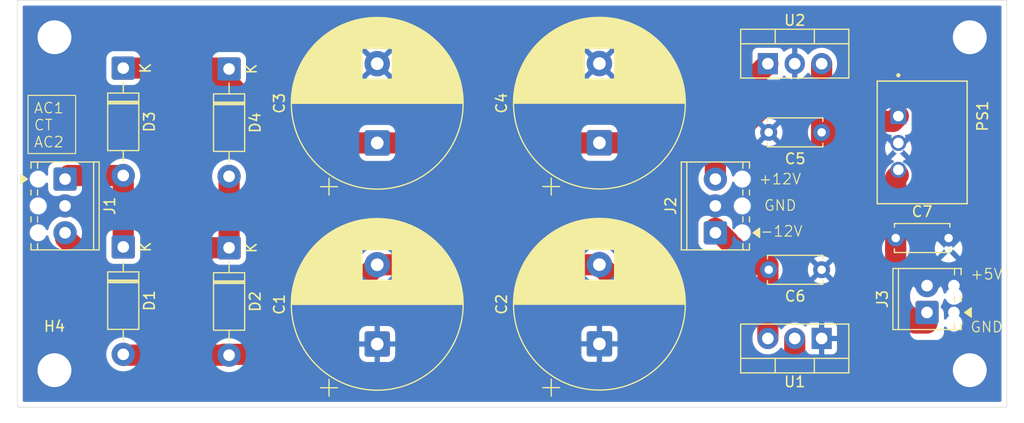
<source format=kicad_pcb>
(kicad_pcb (version 20241229) (generator "pcbnew") (generator_version "9.0")
  (layers (0 "F.Cu" signal) (2 "B.Cu" signal) (13 "F.Paste" user) (15 "B.Paste" user) (5 "F.SilkS" user "F.Silkscreen") (7 "B.SilkS" user "B.Silkscreen") (1 "F.Mask" user) (3 "B.Mask" user) (25 "Edge.Cuts" user))
  (net 0 "")
  (net 1 "Net-(D1-A)")
  (net 2 "GND")
  (net 3 "Net-(D3-K)")
  (net 4 "+12V")
  (net 5 "-12V")
  (net 6 "+5V")
  (net 7 "Net-(D1-K)")
  (net 8 "Net-(D2-K)")
  (footprint "Capacitor_THT:C_Disc_D5.0mm_W2.5mm_P5.00mm" (layer "F.Cu") (at 161 80)
    (property "Reference" "C7" (at 2.5 -2.5 0) (layer "F.SilkS"))
    (property "Value" "100n")
    (pad "1" thru_hole circle (at 0 0) (size 1.6 1.6) (drill 0.8) (layers "*.Cu" "*.Mask") (net 6 "+5V"))
    (pad "2" thru_hole circle (at 5 0) (size 1.6 1.6) (drill 0.8) (layers "*.Cu" "*.Mask") (net 2 "GND"))
  )
  (footprint "Diode_THT:D_DO-41_SOD81_P10.16mm_Horizontal" (layer "F.Cu") (at 88 63.92 -90)
    (property "Reference" "D3" (at 5.08 -2.47 90) (layer "F.SilkS"))
    (property "Value" "1N4004")
    (fp_text user "K" (at 0 -2.1 90) (layer "F.SilkS"))
    (pad "1" thru_hole roundrect (at 0 0 270) (size 2.2 2.2) (drill 1.1) (layers "*.Cu" "*.Mask") (roundrect_rratio 0.113636) (net 3 "Net-(D3-K)"))
    (pad "2" thru_hole circle (at 10.16 0 270) (size 2.2 2.2) (drill 1.1) (layers "*.Cu" "*.Mask") (net 7 "Net-(D1-K)"))
  )
  (footprint "Package_TO_SOT_THT:TO-220-3_Vertical" (layer "F.Cu") (at 148.92 63.5)
    (property "Reference" "U2" (at 2.54 -4.1 0) (layer "F.SilkS"))
    (property "Value" "uA7812")
    (pad "1" thru_hole rect (at 0 0) (size 1.905 2) (drill 1.1) (layers "*.Cu" "*.Mask") (net 3 "Net-(D3-K)"))
    (pad "2" thru_hole oval (at 2.54 0) (size 1.905 2) (drill 1.1) (layers "*.Cu" "*.Mask") (net 2 "GND"))
    (pad "3" thru_hole oval (at 5.08 0) (size 1.905 2) (drill 1.1) (layers "*.Cu" "*.Mask") (net 4 "+12V"))
  )
  (footprint "MountingHole:MountingHole_3.2mm_M3" (layer "F.Cu") (at 168 61)
    (property "Reference" "H2" (hide yes))
    (property "Value" "MountingHole")
    (pad "" np_thru_hole circle (at 0 0) (size 3.2 3.2) (drill 3.2) (layers "*.Cu" "*.Mask"))
  )
  (footprint "MountingHole:MountingHole_3.2mm_M3" (layer "F.Cu") (at 81.5 92.5)
    (property "Reference" "H4" (at 0 -4.15 0) (layer "F.SilkS"))
    (property "Value" "MountingHole")
    (pad "" np_thru_hole circle (at 0 0) (size 3.2 3.2) (drill 3.2) (layers "*.Cu" "*.Mask"))
  )
  (footprint "custom:CONV_R-78E5.0-1.0" (layer "F.Cu") (at 163.5 71 -90)
    (property "Reference" "PS1" (at -2.54 -5.715 90) (layer "F.SilkS"))
    (property "Value" "R-78E5.0-1.0")
    (pad "1" thru_hole rect (at -2.54 2.25 270) (size 1.508 1.508) (drill 1) (layers "*.Cu" "*.Mask") (net 4 "+12V"))
    (pad "2" thru_hole circle (at 0 2.25 270) (size 1.508 1.508) (drill 1) (layers "*.Cu" "*.Mask") (net 2 "GND"))
    (pad "3" thru_hole circle (at 2.54 2.25 270) (size 1.508 1.508) (drill 1) (layers "*.Cu" "*.Mask") (net 6 "+5V"))
  )
  (footprint "MountingHole:MountingHole_3.2mm_M3" (layer "F.Cu") (at 81.5 61)
    (property "Reference" "H1" (hide yes))
    (property "Value" "MountingHole")
    (pad "" np_thru_hole circle (at 0 0) (size 3.2 3.2) (drill 3.2) (layers "*.Cu" "*.Mask"))
  )
  (footprint "Capacitor_THT:CP_Radial_D16.0mm_P7.50mm" (layer "F.Cu") (at 112 71 90)
    (property "Reference" "C3" (at 3.75 -9.25 90) (layer "F.SilkS"))
    (property "Value" "4700u")
    (pad "1" thru_hole roundrect (at 0 0 90) (size 2.4 2.4) (drill 1.2) (layers "*.Cu" "*.Mask") (roundrect_rratio 0.104167) (net 3 "Net-(D3-K)"))
    (pad "2" thru_hole circle (at 7.5 0 90) (size 2.4 2.4) (drill 1.2) (layers "*.Cu" "*.Mask") (net 2 "GND"))
  )
  (footprint "Capacitor_THT:CP_Radial_D16.0mm_P7.50mm" (layer "F.Cu") (at 133 70.987245 90)
    (property "Reference" "C4" (at 3.75 -9.25 90) (layer "F.SilkS"))
    (property "Value" "4700u")
    (pad "1" thru_hole roundrect (at 0 0 90) (size 2.4 2.4) (drill 1.2) (layers "*.Cu" "*.Mask") (roundrect_rratio 0.104167) (net 3 "Net-(D3-K)"))
    (pad "2" thru_hole circle (at 7.5 0 90) (size 2.4 2.4) (drill 1.2) (layers "*.Cu" "*.Mask") (net 2 "GND"))
  )
  (footprint "Diode_THT:D_DO-41_SOD81_P10.16mm_Horizontal" (layer "F.Cu") (at 98 64 -90)
    (property "Reference" "D4" (at 5.08 -2.47 90) (layer "F.SilkS"))
    (property "Value" "1N4004")
    (fp_text user "K" (at 0 -2.1 90) (layer "F.SilkS"))
    (pad "1" thru_hole roundrect (at 0 0 270) (size 2.2 2.2) (drill 1.1) (layers "*.Cu" "*.Mask") (roundrect_rratio 0.113636) (net 3 "Net-(D3-K)"))
    (pad "2" thru_hole circle (at 10.16 0 270) (size 2.2 2.2) (drill 1.1) (layers "*.Cu" "*.Mask") (net 8 "Net-(D2-K)"))
  )
  (footprint "Capacitor_THT:CP_Radial_D16.0mm_P7.50mm" (layer "F.Cu") (at 112 90.02551 90)
    (property "Reference" "C1" (at 3.75 -9.25 90) (layer "F.SilkS"))
    (property "Value" "4700u")
    (pad "1" thru_hole roundrect (at 0 0 90) (size 2.4 2.4) (drill 1.2) (layers "*.Cu" "*.Mask") (roundrect_rratio 0.104167) (net 2 "GND"))
    (pad "2" thru_hole circle (at 7.5 0 90) (size 2.4 2.4) (drill 1.2) (layers "*.Cu" "*.Mask") (net 1 "Net-(D1-A)"))
  )
  (footprint "TerminalBlock_Phoenix:TerminalBlock_Phoenix_MPT-0,5-3-2.54_1x03_P2.54mm_Horizontal" (layer "F.Cu") (at 143.96 79.5 90)
    (property "Reference" "J2" (at 2.54 -4.22 90) (layer "F.SilkS"))
    (property "Value" "DAC_PWR")
    (pad "" np_thru_hole circle (at 0 2.54 90) (size 1.1 1.1) (drill 1.1) (layers "*.Cu" "*.Mask"))
    (pad "" np_thru_hole circle (at 2.54 2.54 90) (size 1.1 1.1) (drill 1.1) (layers "*.Cu" "*.Mask"))
    (pad "" np_thru_hole circle (at 5.08 2.54 90) (size 1.1 1.1) (drill 1.1) (layers "*.Cu" "*.Mask"))
    (pad "1" thru_hole roundrect (at 0 0 90) (size 2.2 2.2) (drill 1.1) (layers "*.Cu" "*.Mask") (roundrect_rratio 0.113636) (net 5 "-12V"))
    (pad "2" thru_hole circle (at 2.54 0 90) (size 2.2 2.2) (drill 1.1) (layers "*.Cu" "*.Mask") (net 2 "GND"))
    (pad "3" thru_hole circle (at 5.08 0 90) (size 2.2 2.2) (drill 1.1) (layers "*.Cu" "*.Mask") (net 4 "+12V"))
  )
  (footprint "Capacitor_THT:C_Disc_D5.0mm_W2.5mm_P5.00mm" (layer "F.Cu") (at 154 70 180)
    (property "Reference" "C5" (at 2.5 -2.5 0) (layer "F.SilkS"))
    (property "Value" "100n")
    (pad "1" thru_hole circle (at 0 0 180) (size 1.6 1.6) (drill 0.8) (layers "*.Cu" "*.Mask") (net 4 "+12V"))
    (pad "2" thru_hole circle (at 5 0 180) (size 1.6 1.6) (drill 0.8) (layers "*.Cu" "*.Mask") (net 2 "GND"))
  )
  (footprint "MountingHole:MountingHole_3.2mm_M3" (layer "F.Cu") (at 168 92.5)
    (property "Reference" "H3" (hide yes))
    (property "Value" "MountingHole")
    (pad "" np_thru_hole circle (at 0 0) (size 3.2 3.2) (drill 3.2) (layers "*.Cu" "*.Mask"))
  )
  (footprint "TerminalBlock_Phoenix:TerminalBlock_Phoenix_MPT-0,5-3-2.54_1x03_P2.54mm_Horizontal" (layer "F.Cu") (at 82.5 74.42 -90)
    (property "Reference" "J1" (at 2.54 -4.22 90) (layer "F.SilkS"))
    (property "Value" "AC")
    (pad "" np_thru_hole circle (at 0 2.54 270) (size 1.1 1.1) (drill 1.1) (layers "*.Cu" "*.Mask"))
    (pad "" np_thru_hole circle (at 2.54 2.54 270) (size 1.1 1.1) (drill 1.1) (layers "*.Cu" "*.Mask"))
    (pad "" np_thru_hole circle (at 5.08 2.54 270) (size 1.1 1.1) (drill 1.1) (layers "*.Cu" "*.Mask"))
    (pad "1" thru_hole roundrect (at 0 0 270) (size 2.2 2.2) (drill 1.1) (layers "*.Cu" "*.Mask") (roundrect_rratio 0.113636) (net 7 "Net-(D1-K)"))
    (pad "2" thru_hole circle (at 2.54 0 270) (size 2.2 2.2) (drill 1.1) (layers "*.Cu" "*.Mask") (net 2 "GND"))
    (pad "3" thru_hole circle (at 5.08 0 270) (size 2.2 2.2) (drill 1.1) (layers "*.Cu" "*.Mask") (net 8 "Net-(D2-K)"))
  )
  (footprint "TerminalBlock_Phoenix:TerminalBlock_Phoenix_MPT-0,5-2-2.54_1x02_P2.54mm_Horizontal" (layer "F.Cu") (at 163.96 87.04 90)
    (property "Reference" "J3" (at 1.27 -4.22 90) (layer "F.SilkS"))
    (property "Value" "5V")
    (pad "" np_thru_hole circle (at 0 2.54 90) (size 1.1 1.1) (drill 1.1) (layers "*.Cu" "*.Mask"))
    (pad "" np_thru_hole circle (at 2.54 2.54 90) (size 1.1 1.1) (drill 1.1) (layers "*.Cu" "*.Mask"))
    (pad "1" thru_hole roundrect (at 0 0 90) (size 2.2 2.2) (drill 1.1) (layers "*.Cu" "*.Mask") (roundrect_rratio 0.113636) (net 6 "+5V"))
    (pad "2" thru_hole circle (at 2.54 0 90) (size 2.2 2.2) (drill 1.1) (layers "*.Cu" "*.Mask") (net 2 "GND"))
  )
  (footprint "Package_TO_SOT_THT:TO-220-3_Vertical" (layer "F.Cu") (at 154 89.5 180)
    (property "Reference" "U1" (at 2.54 -4.1 0) (layer "F.SilkS"))
    (property "Value" "L7912")
    (pad "1" thru_hole rect (at 0 0 180) (size 1.905 2) (drill 1.1) (layers "*.Cu" "*.Mask") (net 2 "GND"))
    (pad "2" thru_hole oval (at 2.54 0 180) (size 1.905 2) (drill 1.1) (layers "*.Cu" "*.Mask") (net 1 "Net-(D1-A)"))
    (pad "3" thru_hole oval (at 5.08 0 180) (size 1.905 2) (drill 1.1) (layers "*.Cu" "*.Mask") (net 5 "-12V"))
  )
  (footprint "Capacitor_THT:C_Disc_D5.0mm_W2.5mm_P5.00mm" (layer "F.Cu") (at 154 83 180)
    (property "Reference" "C6" (at 2.5 -2.5 0) (layer "F.SilkS"))
    (property "Value" "100n")
    (pad "1" thru_hole circle (at 0 0 180) (size 1.6 1.6) (drill 0.8) (layers "*.Cu" "*.Mask") (net 2 "GND"))
    (pad "2" thru_hole circle (at 5 0 180) (size 1.6 1.6) (drill 0.8) (layers "*.Cu" "*.Mask") (net 5 "-12V"))
  )
  (footprint "Capacitor_THT:CP_Radial_D16.0mm_P7.50mm" (layer "F.Cu") (at 133 90.012755 90)
    (property "Reference" "C2" (at 3.75 -9.25 90) (layer "F.SilkS"))
    (property "Value" "4700u")
    (pad "1" thru_hole roundrect (at 0 0 90) (size 2.4 2.4) (drill 1.2) (layers "*.Cu" "*.Mask") (roundrect_rratio 0.104167) (net 2 "GND"))
    (pad "2" thru_hole circle (at 7.5 0 90) (size 2.4 2.4) (drill 1.2) (layers "*.Cu" "*.Mask") (net 1 "Net-(D1-A)"))
  )
  (footprint "Diode_THT:D_DO-41_SOD81_P10.16mm_Horizontal" (layer "F.Cu") (at 98 80.92 -90)
    (property "Reference" "D2" (at 5.08 -2.47 90) (layer "F.SilkS"))
    (property "Value" "1N4004")
    (fp_text user "K" (at 0 -2.1 90) (layer "F.SilkS"))
    (pad "1" thru_hole roundrect (at 0 0 270) (size 2.2 2.2) (drill 1.1) (layers "*.Cu" "*.Mask") (roundrect_rratio 0.113636) (net 8 "Net-(D2-K)"))
    (pad "2" thru_hole circle (at 10.16 0 270) (size 2.2 2.2) (drill 1.1) (layers "*.Cu" "*.Mask") (net 1 "Net-(D1-A)"))
  )
  (footprint "Diode_THT:D_DO-41_SOD81_P10.16mm_Horizontal" (layer "F.Cu") (at 88 80.84 -90)
    (property "Reference" "D1" (at 5.08 -2.47 90) (layer "F.SilkS"))
    (property "Value" "1N4004")
    (fp_text user "K" (at 0 -2.1 90) (layer "F.SilkS"))
    (pad "1" thru_hole roundrect (at 0 0 270) (size 2.2 2.2) (drill 1.1) (layers "*.Cu" "*.Mask") (roundrect_rratio 0.113636) (net 7 "Net-(D1-K)"))
    (pad "2" thru_hole circle (at 10.16 0 270) (size 2.2 2.2) (drill 1.1) (layers "*.Cu" "*.Mask") (net 1 "Net-(D1-A)"))
  )
  (gr_rect (start 79 66.5) (end 83.5 72) (stroke (width 0.1)) (fill no) (layer "F.SilkS"))
  (gr_rect (start 78 57.5) (end 171.5 96) (stroke (width 0.05)) (fill no) (layer "Edge.Cuts"))
  (gr_text "GND\n" (at 168 89 0) (layer "F.SilkS") (effects (font (size 1 1) (thickness 0.1)) (justify left bottom)))
  (gr_text "+5V" (at 168 84 0) (layer "F.SilkS") (effects (font (size 1 1) (thickness 0.1)) (justify left bottom)))
  (gr_text "-12V" (at 148.14 79.94 0) (layer "F.SilkS") (effects (font (size 1 1) (thickness 0.1)) (justify left bottom)))
  (gr_text "+12V" (at 148 75 0) (layer "F.SilkS") (effects (font (size 1 1) (thickness 0.1)) (justify left bottom)))
  (gr_text "GND" (at 148.5 77.5 0) (layer "F.SilkS") (effects (font (size 1 1) (thickness 0.1)) (justify left bottom)))
  (gr_text "AC1\nCT\nAC2" (at 79.5 71.5 0) (layer "F.SilkS") (effects (font (size 1 1) (thickness 0.1)) (justify left bottom)))
  (segment (start 97.5 91) (end 103.52551 91) (width 2) (layer "F.Cu") (net 1))
  (segment (start 112 82.52551) (end 132.987245 82.52551) (width 2) (layer "F.Cu") (net 1))
  (segment (start 88 91.08) (end 97.42 91.08) (width 2) (layer "F.Cu") (net 1))
  (segment (start 132.987245 82.52551) (end 133 82.512755) (width 2) (layer "F.Cu") (net 1))
  (segment (start 97.42 91.08) (end 97.5 91) (width 2) (layer "F.Cu") (net 1))
  (segment (start 151 94) (end 151.46 93.54) (width 2) (layer "F.Cu") (net 1))
  (segment (start 133 82.512755) (end 144.487245 94) (width 2) (layer "F.Cu") (net 1))
  (segment (start 151.46 93.54) (end 151.46 89.5) (width 2) (layer "F.Cu") (net 1))
  (segment (start 103.52551 91) (end 112 82.52551) (width 2) (layer "F.Cu") (net 1))
  (segment (start 144.487245 94) (end 151 94) (width 2) (layer "F.Cu") (net 1))
  (segment (start 132.987245 63.5) (end 133 63.487245) (width 2) (layer "F.Cu") (net 2))
  (segment (start 132.987245 90.02551) (end 133 90.012755) (width 2) (layer "F.Cu") (net 2))
  (segment (start 96.5 63.92) (end 103.58 71) (width 2) (layer "F.Cu") (net 3))
  (segment (start 103.58 71) (end 112 71) (width 2) (layer "F.Cu") (net 3))
  (segment (start 132.987245 71) (end 133 70.987245) (width 2) (layer "F.Cu") (net 3))
  (segment (start 88 63.92) (end 96.5 63.92) (width 2) (layer "F.Cu") (net 3))
  (segment (start 133 70.987245) (end 141.432755 70.987245) (width 2) (layer "F.Cu") (net 3))
  (segment (start 112 71) (end 132.987245 71) (width 2) (layer "F.Cu") (net 3))
  (segment (start 141.432755 70.987245) (end 148.92 63.5) (width 2) (layer "F.Cu") (net 3))
  (segment (start 96.5 63.92) (end 97.92 63.92) (width 2) (layer "F.Cu") (net 3))
  (segment (start 97.92 63.92) (end 98 64) (width 2) (layer "F.Cu") (net 3))
  (segment (start 148.5 67.5) (end 154 67.5) (width 2) (layer "F.Cu") (net 4))
  (segment (start 143.96 74) (end 143.96 72.04) (width 2) (layer "F.Cu") (net 4))
  (segment (start 143.96 72.04) (end 148.5 67.5) (width 2) (layer "F.Cu") (net 4))
  (segment (start 154 67.5) (end 154 71.5) (width 2) (layer "F.Cu") (net 4))
  (segment (start 154 71.5) (end 156.54 68.96) (width 2) (layer "F.Cu") (net 4))
  (segment (start 160.75 68.96) (end 161.25 68.46) (width 2) (layer "F.Cu") (net 4))
  (segment (start 154 63.5) (end 154 67.5) (width 2) (layer "F.Cu") (net 4))
  (segment (start 156.54 68.96) (end 160.75 68.96) (width 2) (layer "F.Cu") (net 4))
  (segment (start 148.92 82.58) (end 148.92 89.5) (width 2) (layer "F.Cu") (net 5))
  (segment (start 147.373001 82.5) (end 148.84 82.5) (width 2) (layer "F.Cu") (net 5))
  (segment (start 143.96 79.08) (end 143.96 79.086999) (width 2) (layer "F.Cu") (net 5))
  (segment (start 148.84 82.5) (end 148.92 82.58) (width 2) (layer "F.Cu") (net 5))
  (segment (start 143.96 79.086999) (end 147.373001 82.5) (width 2) (layer "F.Cu") (net 5))
  (segment (start 162.860001 88.04) (end 163.96 88.04) (width 2) (layer "F.Cu") (net 6))
  (segment (start 161 74.29) (end 161 81) (width 2) (layer "F.Cu") (net 6))
  (segment (start 161.25 74.04) (end 161 74.29) (width 2) (layer "F.Cu") (net 6))
  (segment (start 161 81) (end 161 86.179999) (width 2) (layer "F.Cu") (net 6))
  (segment (start 161 86.179999) (end 162.860001 88.04) (width 2) (layer "F.Cu") (net 6))
  (segment (start 88 74.08) (end 82.84 74.08) (width 2) (layer "F.Cu") (net 7))
  (segment (start 88 74.08) (end 88 80.84) (width 2) (layer "F.Cu") (net 7))
  (segment (start 82.84 74.08) (end 82.5 74.42) (width 2) (layer "F.Cu") (net 7))
  (segment (start 91.5 85.5) (end 96.08 80.92) (width 2) (layer "F.Cu") (net 8))
  (segment (start 96.08 80.92) (end 98 80.92) (width 2) (layer "F.Cu") (net 8))
  (segment (start 88.04 85.5) (end 91.5 85.5) (width 2) (layer "F.Cu") (net 8))
  (segment (start 98 74.16) (end 98 80.92) (width 2) (layer "F.Cu") (net 8))
  (segment (start 82.54 80) (end 88.04 85.5) (width 2) (layer "F.Cu") (net 8))
  (zone (net 2) (net_name "GND") (layer "B.Cu") (connect_pads (clearance 0.5)) (min_thickness 0.25) (fill yes (thermal_gap 0.5) (thermal_bridge_width 0.5))
    (polygon (pts (xy 78 57.5) (xy 171.5 57.5) (xy 171.5 96) (xy 78 96)))
  )
)
</source>
